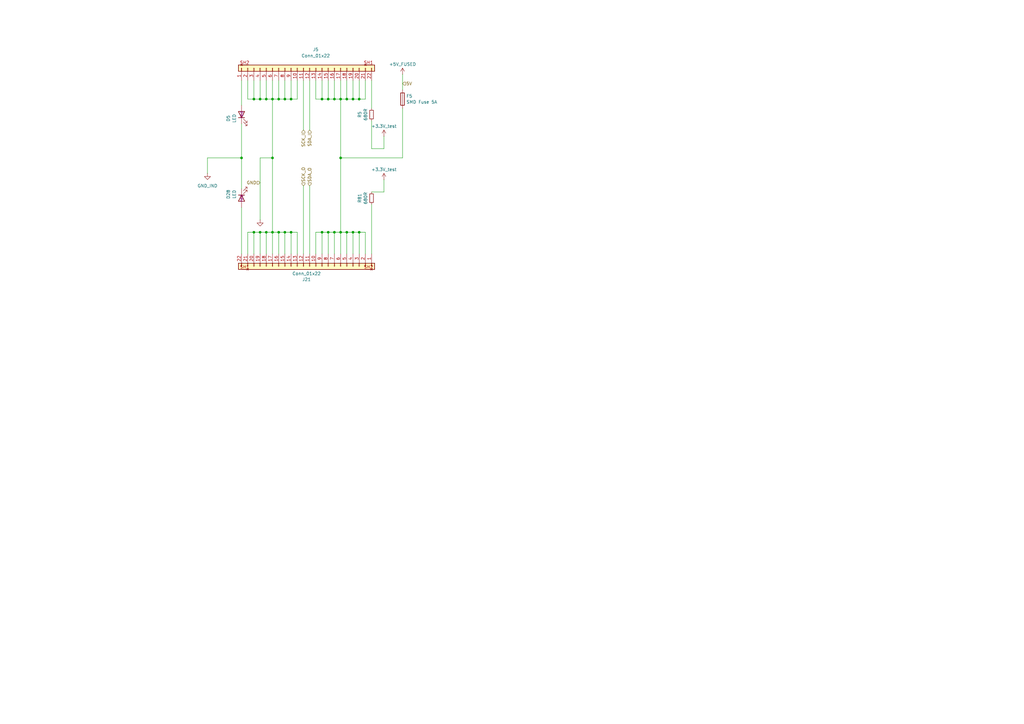
<source format=kicad_sch>
(kicad_sch (version 20250114) (generator "eeschema") (generator_version "9.0")
  (paper "A3")
  (lib_symbols
    (symbol "Connector_Generic:Conn_01x22_MP" (pin_names (offset 1.016) (hide yes))
      (property "Reference" "J" (at 0 27.94 0))
      (property "Value" "Conn_01x22_MP" (at 0 -30.48 0))
      (symbol "Conn_01x22_MP_1_0"
        (pin no_connect line (at 1.27 25.4 270) (length 2.54) (name "Mechanical") (number "SH2"))
        (pin no_connect line (at 1.27 -25.4 270) (length 2.54) (name "Mechanical") (number "SH1"))
      )
      (symbol "Conn_01x22_MP_1_1"
        (rectangle (start -1.27 26.67) (end 1.27 -29.21) (stroke (width 0.254)) (fill (type background)))
        (rectangle (start -1.27 25.527) (end 0 25.273) (stroke (width 0.1524)))
        (rectangle (start -1.27 22.987) (end 0 22.733) (stroke (width 0.1524)))
        (rectangle (start -1.27 20.447) (end 0 20.193) (stroke (width 0.1524)))
        (rectangle (start -1.27 17.907) (end 0 17.653) (stroke (width 0.1524)))
        (rectangle (start -1.27 15.367) (end 0 15.113) (stroke (width 0.1524)))
        (rectangle (start -1.27 12.827) (end 0 12.573) (stroke (width 0.1524)))
        (rectangle (start -1.27 10.287) (end 0 10.033) (stroke (width 0.1524)))
        (rectangle (start -1.27 7.747) (end 0 7.493) (stroke (width 0.1524)))
        (rectangle (start -1.27 5.207) (end 0 4.953) (stroke (width 0.1524)))
        (rectangle (start -1.27 2.667) (end 0 2.413) (stroke (width 0.1524)))
        (rectangle (start -1.27 0.127) (end 0 -0.127) (stroke (width 0.1524)))
        (rectangle (start -1.27 -2.413) (end 0 -2.667) (stroke (width 0.1524)))
        (rectangle (start -1.27 -4.953) (end 0 -5.207) (stroke (width 0.1524)))
        (rectangle (start -1.27 -7.493) (end 0 -7.747) (stroke (width 0.1524)))
        (rectangle (start -1.27 -10.033) (end 0 -10.287) (stroke (width 0.1524)))
        (rectangle (start -1.27 -12.573) (end 0 -12.827) (stroke (width 0.1524)))
        (rectangle (start -1.27 -15.113) (end 0 -15.367) (stroke (width 0.1524)))
        (rectangle (start -1.27 -17.653) (end 0 -17.907) (stroke (width 0.1524)))
        (rectangle (start -1.27 -20.193) (end 0 -20.447) (stroke (width 0.1524)))
        (rectangle (start -1.27 -22.733) (end 0 -22.987) (stroke (width 0.1524)))
        (rectangle (start -1.27 -25.273) (end 0 -25.527) (stroke (width 0.1524)))
        (rectangle (start -1.27 -27.813) (end 0 -28.067) (stroke (width 0.1524)))
        (pin passive line (at -5.08 25.4 0) (length 3.81) (name "Pin_1") (number "1"))
        (pin passive line (at -5.08 22.86 0) (length 3.81) (name "Pin_2") (number "2"))
        (pin passive line (at -5.08 20.32 0) (length 3.81) (name "Pin_3") (number "3"))
        (pin passive line (at -5.08 17.78 0) (length 3.81) (name "Pin_4") (number "4"))
        (pin passive line (at -5.08 15.24 0) (length 3.81) (name "Pin_5") (number "5"))
        (pin passive line (at -5.08 12.7 0) (length 3.81) (name "Pin_6") (number "6"))
        (pin passive line (at -5.08 10.16 0) (length 3.81) (name "Pin_7") (number "7"))
        (pin passive line (at -5.08 7.62 0) (length 3.81) (name "Pin_8") (number "8"))
        (pin passive line (at -5.08 5.08 0) (length 3.81) (name "Pin_9") (number "9"))
        (pin passive line (at -5.08 2.54 0) (length 3.81) (name "Pin_10") (number "10"))
        (pin passive line (at -5.08 0 0) (length 3.81) (name "Pin_11") (number "11"))
        (pin passive line (at -5.08 -2.54 0) (length 3.81) (name "Pin_12") (number "12"))
        (pin passive line (at -5.08 -5.08 0) (length 3.81) (name "Pin_13") (number "13"))
        (pin passive line (at -5.08 -7.62 0) (length 3.81) (name "Pin_14") (number "14"))
        (pin passive line (at -5.08 -10.16 0) (length 3.81) (name "Pin_15") (number "15"))
        (pin passive line (at -5.08 -12.7 0) (length 3.81) (name "Pin_16") (number "16"))
        (pin passive line (at -5.08 -15.24 0) (length 3.81) (name "Pin_17") (number "17"))
        (pin passive line (at -5.08 -17.78 0) (length 3.81) (name "Pin_18") (number "18"))
        (pin passive line (at -5.08 -20.32 0) (length 3.81) (name "Pin_19") (number "19"))
        (pin passive line (at -5.08 -22.86 0) (length 3.81) (name "Pin_20") (number "20"))
        (pin passive line (at -5.08 -25.4 0) (length 3.81) (name "Pin_21") (number "21"))
        (pin passive line (at -5.08 -27.94 0) (length 3.81) (name "Pin_22") (number "22"))
      )
    )
    (symbol "Device:Fuse" (pin_numbers (hide yes)) (pin_names (offset 0))
      (property "Reference" "F" (at 2.032 0 90))
      (property "Value" "Fuse" (at -1.905 0 90))
      (symbol "Fuse_0_1"
        (rectangle (start -0.762 -2.54) (end 0.762 2.54) (stroke (width 0.254)))
        (polyline (pts (xy 0 2.54) (xy 0 -2.54)))
      )
      (symbol "Fuse_1_1"
        (pin passive line (at 0 3.81 270) (length 1.27) (name "~") (number "1"))
        (pin passive line (at 0 -3.81 90) (length 1.27) (name "~") (number "2"))
      )
    )
    (symbol "Device:LED" (pin_numbers (hide yes)) (pin_names (offset 1.016) (hide yes))
      (property "Reference" "D" (at 0 2.54 0))
      (property "Value" "LED" (at 0 -2.54 0))
      (symbol "LED_0_1"
        (polyline (pts (xy -3.048 -0.762) (xy -4.572 -2.286) (xy -3.81 -2.286) (xy -4.572 -2.286) (xy -4.572 -1.524)))
        (polyline (pts (xy -1.778 -0.762) (xy -3.302 -2.286) (xy -2.54 -2.286) (xy -3.302 -2.286) (xy -3.302 -1.524)))
        (polyline (pts (xy -1.27 0) (xy 1.27 0)))
        (polyline (pts (xy -1.27 -1.27) (xy -1.27 1.27)) (stroke (width 0.254)))
        (polyline (pts (xy 1.27 -1.27) (xy 1.27 1.27) (xy -1.27 0) (xy 1.27 -1.27)) (stroke (width 0.254)))
      )
      (symbol "LED_1_1"
        (pin passive line (at -3.81 0 0) (length 2.54) (name "K") (number "1"))
        (pin passive line (at 3.81 0 180) (length 2.54) (name "A") (number "2"))
      )
    )
    (symbol "Device:R_Small" (pin_numbers (hide yes)) (pin_names (offset 0.254) (hide yes))
      (property "Reference" "R" (at 0.762 0.508 0))
      (property "Value" "R_Small" (at 0.762 -1.016 0))
      (symbol "R_Small_0_1"
        (rectangle (start -0.762 1.778) (end 0.762 -1.778) (stroke (width 0.2032)))
      )
      (symbol "R_Small_1_1"
        (pin passive line (at 0 2.54 270) (length 0.762) (name "~") (number "1"))
        (pin passive line (at 0 -2.54 90) (length 0.762) (name "~") (number "2"))
      )
    )
    (symbol "power:+3.3V" (power) (pin_numbers (hide yes)) (pin_names (offset 0) (hide yes))
      (property "Value" "+3.3V" (at 0 3.556 0))
      (symbol "+3.3V_0_1"
        (polyline (pts (xy -0.762 1.27) (xy 0 2.54)))
        (polyline (pts (xy 0 2.54) (xy 0.762 1.27)))
        (polyline (pts (xy 0 0) (xy 0 2.54)))
      )
      (symbol "+3.3V_1_1"
        (pin power_in line (at 0 0 90) (length 0) (name "~") (number "1"))
      )
    )
    (symbol "power:+5V" (power) (pin_numbers (hide yes)) (pin_names (offset 0) (hide yes))
      (property "Value" "+5V" (at 0 3.556 0))
      (symbol "+5V_0_1"
        (polyline (pts (xy -0.762 1.27) (xy 0 2.54)))
        (polyline (pts (xy 0 2.54) (xy 0.762 1.27)))
        (polyline (pts (xy 0 0) (xy 0 2.54)))
      )
      (symbol "+5V_1_1"
        (pin power_in line (at 0 0 90) (length 0) (name "~") (number "1"))
      )
    )
    (symbol "power:GND" (power) (pin_numbers (hide yes)) (pin_names (offset 0) (hide yes))
      (property "Value" "GND" (at 0 -3.81 0))
      (symbol "GND_0_1"
        (polyline (pts (xy 0 0) (xy 0 -1.27) (xy 1.27 -1.27) (xy 0 -2.54) (xy -1.27 -1.27) (xy 0 -1.27)))
      )
      (symbol "GND_1_1"
        (pin power_in line (at 0 0 270) (length 0) (name "~") (number "1"))
      )
    )
    (symbol "power:GND2" (power) (pin_numbers (hide yes)) (pin_names (offset 0) (hide yes))
      (property "Value" "GND2" (at 0 -3.81 0))
      (symbol "GND2_0_1"
        (polyline (pts (xy 0 0) (xy 0 -1.27) (xy 1.27 -1.27) (xy 0 -2.54) (xy -1.27 -1.27) (xy 0 -1.27)))
      )
      (symbol "GND2_1_1"
        (pin power_in line (at 0 0 270) (length 0) (name "~") (number "1"))
      )
    )
  )
  (junction (at 109.22 40.64))
  (junction (at 132.08 95.25))
  (junction (at 99.06 64.77))
  (junction (at 132.08 40.64))
  (junction (at 114.3 40.64))
  (junction (at 119.38 40.64))
  (junction (at 106.68 40.64))
  (junction (at 147.32 40.64))
  (junction (at 116.84 95.25))
  (junction (at 104.14 95.25))
  (junction (at 139.7 64.77))
  (junction (at 144.78 40.64))
  (junction (at 137.16 95.25))
  (junction (at 134.62 40.64))
  (junction (at 142.24 40.64))
  (junction (at 147.32 95.25))
  (junction (at 139.7 40.64))
  (junction (at 137.16 40.64))
  (junction (at 109.22 95.25))
  (junction (at 144.78 95.25))
  (junction (at 116.84 40.64))
  (junction (at 119.38 95.25))
  (junction (at 104.14 40.64))
  (junction (at 139.7 95.25))
  (junction (at 111.76 64.77))
  (junction (at 134.62 95.25))
  (junction (at 106.68 95.25))
  (junction (at 142.24 95.25))
  (junction (at 111.76 95.25))
  (junction (at 111.76 40.64))
  (junction (at 114.3 95.25))
  (wire (pts (xy 111.76 40.64) (xy 111.76 33.02)))
  (wire (pts (xy 137.16 95.25) (xy 134.62 95.25)))
  (wire (pts (xy 132.08 40.64) (xy 132.08 33.02)))
  (wire (pts (xy 157.48 78.74) (xy 157.48 73.66)))
  (wire (pts (xy 116.84 40.64) (xy 116.84 33.02)))
  (wire (pts (xy 124.46 104.14) (xy 124.46 76.2)))
  (wire (pts (xy 139.7 64.77) (xy 139.7 95.25)))
  (wire (pts (xy 144.78 40.64) (xy 147.32 40.64)))
  (wire (pts (xy 132.08 95.25) (xy 132.08 104.14)))
  (wire (pts (xy 109.22 95.25) (xy 109.22 104.14)))
  (wire (pts (xy 157.48 60.96) (xy 152.4 60.96)))
  (wire (pts (xy 149.86 95.25) (xy 147.32 95.25)))
  (wire (pts (xy 142.24 40.64) (xy 142.24 33.02)))
  (wire (pts (xy 114.3 40.64) (xy 114.3 33.02)))
  (wire (pts (xy 106.68 95.25) (xy 109.22 95.25)))
  (wire (pts (xy 134.62 40.64) (xy 137.16 40.64)))
  (wire (pts (xy 101.6 40.64) (xy 104.14 40.64)))
  (wire (pts (xy 114.3 95.25) (xy 114.3 104.14)))
  (wire (pts (xy 104.14 40.64) (xy 106.68 40.64)))
  (wire (pts (xy 139.7 40.64) (xy 142.24 40.64)))
  (wire (pts (xy 109.22 40.64) (xy 109.22 33.02)))
  (wire (pts (xy 139.7 95.25) (xy 137.16 95.25)))
  (wire (pts (xy 139.7 95.25) (xy 139.7 104.14)))
  (wire (pts (xy 119.38 95.25) (xy 121.92 95.25)))
  (wire (pts (xy 152.4 49.53) (xy 152.4 60.96)))
  (wire (pts (xy 144.78 95.25) (xy 142.24 95.25)))
  (wire (pts (xy 144.78 95.25) (xy 144.78 104.14)))
  (wire (pts (xy 116.84 95.25) (xy 119.38 95.25)))
  (wire (pts (xy 121.92 40.64) (xy 121.92 33.02)))
  (wire (pts (xy 101.6 95.25) (xy 104.14 95.25)))
  (wire (pts (xy 127 33.02) (xy 127 53.34)))
  (wire (pts (xy 134.62 95.25) (xy 134.62 104.14)))
  (wire (pts (xy 152.4 44.45) (xy 152.4 33.02)))
  (wire (pts (xy 99.06 33.02) (xy 99.06 43.18)))
  (wire (pts (xy 99.06 64.77) (xy 99.06 77.47)))
  (wire (pts (xy 109.22 95.25) (xy 111.76 95.25)))
  (wire (pts (xy 129.54 40.64) (xy 129.54 33.02)))
  (wire (pts (xy 104.14 40.64) (xy 104.14 33.02)))
  (wire (pts (xy 147.32 40.64) (xy 147.32 33.02)))
  (wire (pts (xy 111.76 95.25) (xy 111.76 104.14)))
  (wire (pts (xy 157.48 78.74) (xy 152.4 78.74)))
  (wire (pts (xy 101.6 95.25) (xy 101.6 104.14)))
  (wire (pts (xy 101.6 40.64) (xy 101.6 33.02)))
  (wire (pts (xy 121.92 95.25) (xy 121.92 104.14)))
  (wire (pts (xy 152.4 83.82) (xy 152.4 104.14)))
  (wire (pts (xy 106.68 40.64) (xy 109.22 40.64)))
  (wire (pts (xy 111.76 64.77) (xy 111.76 95.25)))
  (wire (pts (xy 165.1 30.48) (xy 165.1 36.83)))
  (wire (pts (xy 147.32 95.25) (xy 147.32 104.14)))
  (wire (pts (xy 116.84 40.64) (xy 119.38 40.64)))
  (wire (pts (xy 134.62 40.64) (xy 134.62 33.02)))
  (wire (pts (xy 142.24 95.25) (xy 142.24 104.14)))
  (wire (pts (xy 139.7 64.77) (xy 165.1 64.77)))
  (wire (pts (xy 99.06 85.09) (xy 99.06 104.14)))
  (wire (pts (xy 139.7 40.64) (xy 139.7 64.77)))
  (wire (pts (xy 99.06 64.77) (xy 85.09 64.77)))
  (wire (pts (xy 127 104.14) (xy 127 76.2)))
  (wire (pts (xy 132.08 40.64) (xy 129.54 40.64)))
  (wire (pts (xy 99.06 50.8) (xy 99.06 64.77)))
  (wire (pts (xy 111.76 40.64) (xy 111.76 64.77)))
  (wire (pts (xy 134.62 40.64) (xy 132.08 40.64)))
  (wire (pts (xy 111.76 40.64) (xy 114.3 40.64)))
  (wire (pts (xy 111.76 95.25) (xy 114.3 95.25)))
  (wire (pts (xy 149.86 95.25) (xy 149.86 104.14)))
  (wire (pts (xy 137.16 95.25) (xy 137.16 104.14)))
  (wire (pts (xy 119.38 40.64) (xy 119.38 33.02)))
  (wire (pts (xy 129.54 95.25) (xy 129.54 104.14)))
  (wire (pts (xy 104.14 95.25) (xy 104.14 104.14)))
  (wire (pts (xy 137.16 40.64) (xy 137.16 33.02)))
  (wire (pts (xy 106.68 90.17) (xy 106.68 64.77)))
  (wire (pts (xy 124.46 33.02) (xy 124.46 53.34)))
  (wire (pts (xy 114.3 95.25) (xy 116.84 95.25)))
  (wire (pts (xy 116.84 95.25) (xy 116.84 104.14)))
  (wire (pts (xy 119.38 95.25) (xy 119.38 104.14)))
  (wire (pts (xy 106.68 95.25) (xy 106.68 104.14)))
  (wire (pts (xy 147.32 40.64) (xy 149.86 40.64)))
  (wire (pts (xy 147.32 95.25) (xy 144.78 95.25)))
  (wire (pts (xy 132.08 95.25) (xy 129.54 95.25)))
  (wire (pts (xy 109.22 40.64) (xy 111.76 40.64)))
  (wire (pts (xy 134.62 95.25) (xy 132.08 95.25)))
  (wire (pts (xy 119.38 40.64) (xy 121.92 40.64)))
  (wire (pts (xy 137.16 40.64) (xy 139.7 40.64)))
  (wire (pts (xy 149.86 40.64) (xy 149.86 33.02)))
  (wire (pts (xy 142.24 95.25) (xy 139.7 95.25)))
  (wire (pts (xy 144.78 40.64) (xy 144.78 33.02)))
  (wire (pts (xy 85.09 64.77) (xy 85.09 71.12)))
  (wire (pts (xy 106.68 64.77) (xy 111.76 64.77)))
  (wire (pts (xy 142.24 40.64) (xy 144.78 40.64)))
  (wire (pts (xy 114.3 40.64) (xy 116.84 40.64)))
  (wire (pts (xy 157.48 60.96) (xy 157.48 55.88)))
  (wire (pts (xy 139.7 33.02) (xy 139.7 40.64)))
  (wire (pts (xy 104.14 95.25) (xy 106.68 95.25)))
  (wire (pts (xy 165.1 44.45) (xy 165.1 64.77)))
  (wire (pts (xy 106.68 40.64) (xy 106.68 33.02)))
  (hierarchical_label "GND" (shape input) (at 106.68 74.93 180))
  (hierarchical_label "5V" (shape input) (at 165.1 34.29 0))
  (hierarchical_label "SCK_I" (shape input) (at 124.46 53.34 270))
  (hierarchical_label "SDA_I" (shape input) (at 127 53.34 270))
  (hierarchical_label "SCK_O" (shape input) (at 124.46 76.2 90))
  (hierarchical_label "SDA_O" (shape input) (at 127 76.2 90))
  (symbol (lib_id "Device:R_Small") (at 152.4 46.99 180) (unit 1)
    (property "Reference" "R1" (at 147.5189 46.99 90))
    (property "Value" "680R" (at 149.9432 46.99 90))
    (property "Footprint" "Resistor_SMD:R_0603_1608Metric" (effects (hide yes)))
    (property "Description" "Resistor, small symbol" (effects (hide yes)))
    (property "LCSC" "C23228" (effects (hide yes)))
    (instances (project "Slide LED connector v0.2" (path "" (reference "R5") (unit 1)) (path "" (reference "R7") (unit 1)) (path "" (reference "R1") (unit 1)) (path "" (reference "R3") (unit 1)) (path "" (reference "R6") (unit 1)) (path "" (reference "R4") (unit 1)) (path "" (reference "R8") (unit 1)) (path "" (reference "R2") (unit 1))))
  )
  (symbol (lib_id "power:GND") (at 106.68 90.17 0) (unit 1)
    (property "Reference" "#PWR018" (effects (hide yes)))
    (property "Value" "GND" (effects (hide yes)))
    (property "Description" "Power symbol creates a global label with name \"GND\" , ground" (effects (hide yes)))
    (instances (project "Slide LED connector v0.2" (path "" (reference "#PWR036") (unit 1)) (path "" (reference "#PWR040") (unit 1)) (path "" (reference "#PWR018") (unit 1)) (path "" (reference "#PWR032") (unit 1)) (path "" (reference "#PWR038") (unit 1)) (path "" (reference "#PWR034") (unit 1)) (path "" (reference "#PWR042") (unit 1)) (path "" (reference "#PWR030") (unit 1))))
  )
  (symbol (lib_id "power:GND2") (at 85.09 71.12 0) (unit 1)
    (property "Reference" "#PWR0179" (effects (hide yes)))
    (property "Value" "GND_IND" (at 85.09 76.2 0))
    (property "Description" "Power symbol creates a global label with name \"GND2\" , ground" (effects (hide yes)))
    (instances (project "Slide LED connector v0.2" (path "" (reference "#PWR0183") (unit 1)) (path "" (reference "#PWR0185") (unit 1)) (path "" (reference "#PWR0179") (unit 1)) (path "" (reference "#PWR0181") (unit 1)) (path "" (reference "#PWR0184") (unit 1)) (path "" (reference "#PWR0182") (unit 1)) (path "" (reference "#PWR0186") (unit 1)) (path "" (reference "#PWR0180") (unit 1))))
  )
  (symbol (lib_id "Connector_Generic:Conn_01x22_MP") (at 127 109.22 270) (unit 1)
    (property "Reference" "J17" (at 125.73 114.6345 90))
    (property "Value" "Conn_01x22" (at 125.73 112.2102 90))
    (property "Footprint" "Connector_FFC-FPC:AMPHENOL_F305-1A7H1-21022-E100" (effects (hide yes)))
    (property "Description" "Generic connector, single row, 01x22, script generated (kicad-library-utils/schlib/autogen/connector/)" (effects (hide yes)))
    (property "LCSC" "C3168287" (effects (hide yes)))
    (instances (project "Slide LED connector v0.2" (path "" (reference "J21") (unit 1)) (path "" (reference "J23") (unit 1)) (path "" (reference "J17") (unit 1)) (path "" (reference "J19") (unit 1)) (path "" (reference "J22") (unit 1)) (path "" (reference "J20") (unit 1)) (path "" (reference "J24") (unit 1)) (path "" (reference "J18") (unit 1))))
  )
  (symbol (lib_id "Connector_Generic:Conn_01x22_MP") (at 124.46 27.94 90) (unit 1)
    (property "Reference" "J1" (at 129.4765 20.32 90))
    (property "Value" "Conn_01x22" (at 129.4765 22.86 90))
    (property "Footprint" "Connector_FFC-FPC:AMPHENOL_F305-1A7H1-21022-E100" (effects (hide yes)))
    (property "Description" "Generic connector, single row, 01x22, script generated (kicad-library-utils/schlib/autogen/connector/)" (effects (hide yes)))
    (property "LCSC" "C3168287" (effects (hide yes)))
    (instances (project "Slide LED connector v0.2" (path "" (reference "J5") (unit 1)) (path "" (reference "J7") (unit 1)) (path "" (reference "J1") (unit 1)) (path "" (reference "J3") (unit 1)) (path "" (reference "J6") (unit 1)) (path "" (reference "J4") (unit 1)) (path "" (reference "J8") (unit 1)) (path "" (reference "J2") (unit 1))))
  )
  (symbol (lib_id "power:+5V") (at 165.1 30.48 0) (unit 1)
    (property "Reference" "#PWR019" (effects (hide yes)))
    (property "Value" "+5V_FUSED" (at 165.1 26.3469 0))
    (property "Description" "Power symbol creates a global label with name \"+5V\"" (effects (hide yes)))
    (instances (project "Slide LED connector v0.2" (path "" (reference "#PWR037") (unit 1)) (path "" (reference "#PWR041") (unit 1)) (path "" (reference "#PWR019") (unit 1)) (path "" (reference "#PWR033") (unit 1)) (path "" (reference "#PWR039") (unit 1)) (path "" (reference "#PWR035") (unit 1)) (path "" (reference "#PWR043") (unit 1)) (path "" (reference "#PWR031") (unit 1))))
  )
  (symbol (lib_id "power:+3.3V") (at 157.48 55.88 0) (unit 1)
    (property "Reference" "#PWR098" (effects (hide yes)))
    (property "Value" "+3.3V_test" (at 157.48 51.7469 0))
    (property "Description" "Power symbol creates a global label with name \"+3.3V\"" (effects (hide yes)))
    (instances (project "Slide LED connector v0.2" (path "" (reference "#PWR0102") (unit 1)) (path "" (reference "#PWR0104") (unit 1)) (path "" (reference "#PWR098") (unit 1)) (path "" (reference "#PWR0100") (unit 1)) (path "" (reference "#PWR0103") (unit 1)) (path "" (reference "#PWR0101") (unit 1)) (path "" (reference "#PWR0105") (unit 1)) (path "" (reference "#PWR099") (unit 1))))
  )
  (symbol (lib_id "Device:Fuse") (at 165.1 40.64 0) (unit 1)
    (property "Reference" "F1" (at 166.624 39.4278 0) (effects (justify left)))
    (property "Value" "SMD Fuse 5A" (at 166.624 41.8521 0) (effects (justify left)))
    (property "Footprint" "Fuse:Fuse_1206_3216Metric" (effects (hide yes)))
    (property "Description" "Fuse" (effects (hide yes)))
    (property "LCSC" "C57525" (effects (hide yes)))
    (instances (project "Slide LED connector v0.2" (path "" (reference "F5") (unit 1)) (path "" (reference "F7") (unit 1)) (path "" (reference "F1") (unit 1)) (path "" (reference "F3") (unit 1)) (path "" (reference "F6") (unit 1)) (path "" (reference "F4") (unit 1)) (path "" (reference "F8") (unit 1)) (path "" (reference "F2") (unit 1))))
  )
  (symbol (lib_id "Device:LED") (at 99.06 46.99 90) (unit 1)
    (property "Reference" "D1" (at 93.6455 48.5775 0))
    (property "Value" "LED" (at 96.0698 48.5775 0))
    (property "Footprint" "LED_SMD:LED_0603_1608Metric" (effects (hide yes)))
    (property "Description" "Light emitting diode" (effects (hide yes)))
    (property "LCSC" "C2286" (effects (hide yes)))
    (property "color" "red" (at 99.06 46.99 0))
    (instances (project "Slide LED connector v0.2" (path "" (reference "D5") (unit 1)) (path "" (reference "D7") (unit 1)) (path "" (reference "D1") (unit 1)) (path "" (reference "D3") (unit 1)) (path "" (reference "D6") (unit 1)) (path "" (reference "D4") (unit 1)) (path "" (reference "D8") (unit 1)) (path "" (reference "D2") (unit 1))))
  )
  (symbol (lib_id "Device:LED") (at 99.06 81.28 90) (mirror x) (unit 1)
    (property "Reference" "D20" (at 93.6455 79.6925 0))
    (property "Value" "LED" (at 96.0698 79.6925 0))
    (property "Footprint" "LED_SMD:LED_0603_1608Metric" (effects (hide yes)))
    (property "Description" "Light emitting diode" (effects (hide yes)))
    (property "LCSC" "C2286" (effects (hide yes)))
    (property "color" "red" (at 99.06 81.28 0))
    (instances (project "Slide LED connector v0.2" (path "" (reference "D28") (unit 1)) (path "" (reference "D30") (unit 1)) (path "" (reference "D20") (unit 1)) (path "" (reference "D26") (unit 1)) (path "" (reference "D29") (unit 1)) (path "" (reference "D27") (unit 1)) (path "" (reference "D31") (unit 1)) (path "" (reference "D21") (unit 1))))
  )
  (symbol (lib_id "Device:R_Small") (at 152.4 81.28 0) (mirror y) (unit 1)
    (property "Reference" "R73" (at 147.5189 81.28 90))
    (property "Value" "680R" (at 149.9432 81.28 90))
    (property "Footprint" "Resistor_SMD:R_0603_1608Metric" (effects (hide yes)))
    (property "Description" "Resistor, small symbol" (effects (hide yes)))
    (property "LCSC" "C23228" (effects (hide yes)))
    (instances (project "Slide LED connector v0.2" (path "" (reference "R81") (unit 1)) (path "" (reference "R83") (unit 1)) (path "" (reference "R73") (unit 1)) (path "" (reference "R79") (unit 1)) (path "" (reference "R82") (unit 1)) (path "" (reference "R80") (unit 1)) (path "" (reference "R84") (unit 1)) (path "" (reference "R75") (unit 1))))
  )
  (symbol (lib_id "power:+3.3V") (at 157.48 73.66 0) (unit 1)
    (property "Reference" "#PWR0108" (effects (hide yes)))
    (property "Value" "+3.3V_test" (at 157.48 69.5269 0))
    (property "Description" "Power symbol creates a global label with name \"+3.3V\"" (effects (hide yes)))
    (instances (project "Slide LED connector v0.2" (path "" (reference "#PWR0112") (unit 1)) (path "" (reference "#PWR0114") (unit 1)) (path "" (reference "#PWR0108") (unit 1)) (path "" (reference "#PWR0110") (unit 1)) (path "" (reference "#PWR0113") (unit 1)) (path "" (reference "#PWR0111") (unit 1)) (path "" (reference "#PWR0115") (unit 1)) (path "" (reference "#PWR0109") (unit 1))))
  )
)
</source>
